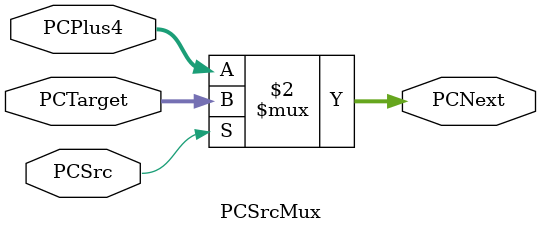
<source format=v>
module PCSrcMux (
    input  wire        PCSrc,
    input  wire [31:0] PCPlus4,
    input  wire [31:0] PCTarget,
    output wire [31:0] PCNext
);

    assign PCNext = (PCSrc == 1'b0) ? PCPlus4 : PCTarget;

endmodule

</source>
